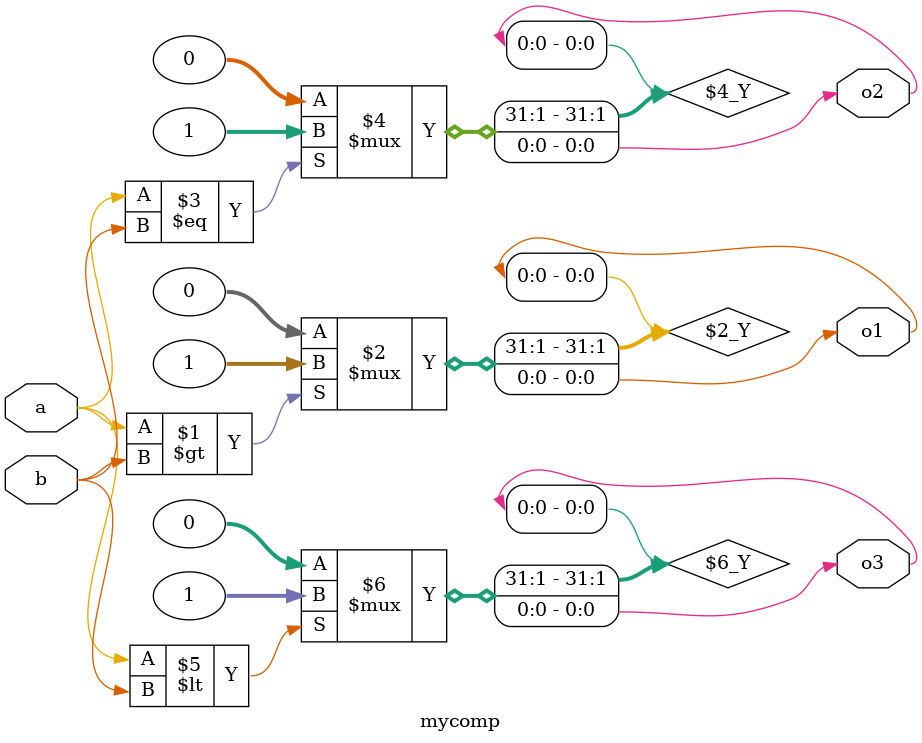
<source format=v>
module mycomp(
    input a,
    input b,
    output o1, // a big
    output o2, // equal
    output o3  // a small
);

    assign o1 = (a > b) ? 1 : 0; 
    assign o2 = (a == b) ? 1 : 0;
    assign o3 = (a < b) ? 1 : 0; 

endmodule

</source>
